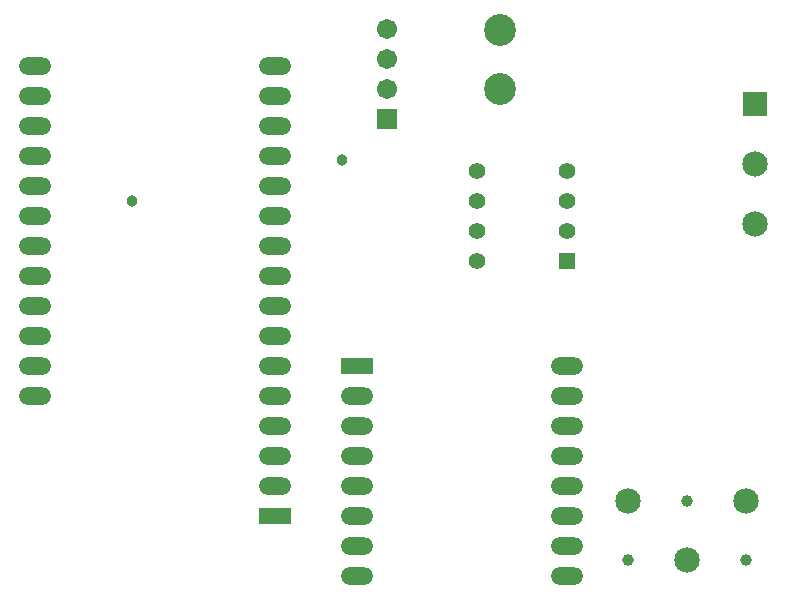
<source format=gbs>
G04*
G04 #@! TF.GenerationSoftware,Altium Limited,Altium Designer,19.1.8 (144)*
G04*
G04 Layer_Color=16711935*
%FSLAX44Y44*%
%MOMM*%
G71*
G01*
G75*
%ADD36R,1.4032X1.4032*%
%ADD37C,1.4032*%
%ADD38R,2.1532X2.1532*%
%ADD39C,2.1532*%
%ADD40C,1.0032*%
%ADD41C,1.7032*%
%ADD42R,1.7032X1.7032*%
%ADD43O,2.7432X1.4732*%
%ADD44R,2.7432X1.4732*%
%ADD45C,2.7032*%
%ADD46C,0.9652*%
D36*
X508000Y292100D02*
D03*
D37*
Y317500D02*
D03*
Y342900D02*
D03*
Y368300D02*
D03*
X431800D02*
D03*
Y342900D02*
D03*
Y317500D02*
D03*
Y292100D02*
D03*
D38*
X666750Y425450D02*
D03*
D39*
Y374650D02*
D03*
Y323850D02*
D03*
X559600Y88900D02*
D03*
X659600D02*
D03*
X609600Y38900D02*
D03*
D40*
Y88900D02*
D03*
X559600Y38900D02*
D03*
X659600D02*
D03*
D41*
X355600Y488950D02*
D03*
Y463550D02*
D03*
Y438150D02*
D03*
D42*
Y412750D02*
D03*
D43*
X508000Y25400D02*
D03*
Y50800D02*
D03*
Y76200D02*
D03*
Y101600D02*
D03*
Y127000D02*
D03*
Y152400D02*
D03*
Y177800D02*
D03*
Y203200D02*
D03*
X330200Y25400D02*
D03*
Y50800D02*
D03*
Y76200D02*
D03*
Y101600D02*
D03*
Y127000D02*
D03*
Y152400D02*
D03*
Y177800D02*
D03*
X57150Y457200D02*
D03*
Y431800D02*
D03*
Y406400D02*
D03*
Y381000D02*
D03*
Y355600D02*
D03*
Y330200D02*
D03*
Y304800D02*
D03*
Y279400D02*
D03*
Y254000D02*
D03*
Y228600D02*
D03*
Y203200D02*
D03*
Y177800D02*
D03*
X260350Y457200D02*
D03*
Y431800D02*
D03*
Y406400D02*
D03*
Y381000D02*
D03*
Y355600D02*
D03*
Y330200D02*
D03*
Y304800D02*
D03*
Y279400D02*
D03*
Y254000D02*
D03*
Y228600D02*
D03*
Y203200D02*
D03*
Y177800D02*
D03*
Y152400D02*
D03*
Y127000D02*
D03*
Y101600D02*
D03*
D44*
X330200Y203200D02*
D03*
X260350Y76200D02*
D03*
D45*
X450850Y487896D02*
D03*
Y437896D02*
D03*
D46*
X139700Y342900D02*
D03*
X317500Y377952D02*
D03*
M02*

</source>
